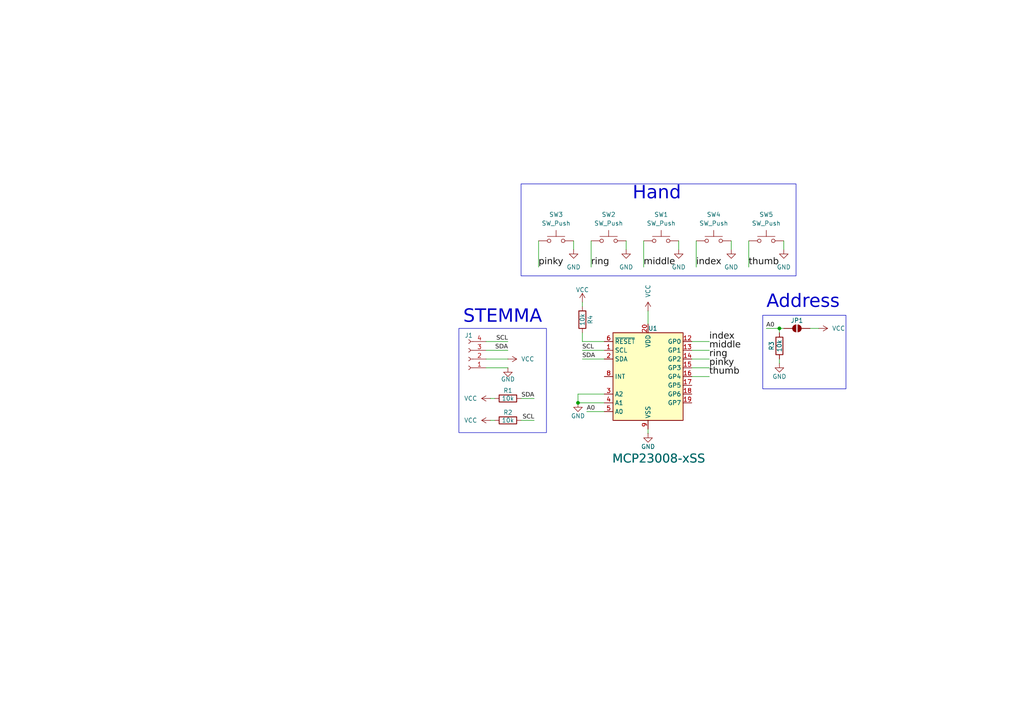
<source format=kicad_sch>
(kicad_sch (version 20250114) (generator "eeschema") (generator_version "9.0")
  (paper "A4")
  (lib_symbols
    (symbol "Connector:Conn_01x04_Socket" (pin_names (offset 1.016) (hide yes))
      (property "Reference" "J" (at 0 5.08 0))
      (property "Value" "Conn_01x04_Socket" (at 0 -7.62 0))
      (symbol "Conn_01x04_Socket_1_1"
        (polyline (pts (xy -1.27 2.54) (xy -0.508 2.54)) (stroke (width 0.1524)))
        (polyline (pts (xy -1.27 0) (xy -0.508 0)) (stroke (width 0.1524)))
        (polyline (pts (xy -1.27 -2.54) (xy -0.508 -2.54)) (stroke (width 0.1524)))
        (polyline (pts (xy -1.27 -5.08) (xy -0.508 -5.08)) (stroke (width 0.1524)))
        (arc (start 0 2.032) (mid -0.5058 2.54) (end 0 3.048) (stroke (width 0.1524)))
        (arc (start 0 -0.508) (mid -0.5058 0) (end 0 0.508) (stroke (width 0.1524)))
        (arc (start 0 -3.048) (mid -0.5058 -2.54) (end 0 -2.032) (stroke (width 0.1524)))
        (arc (start 0 -5.588) (mid -0.5058 -5.08) (end 0 -4.572) (stroke (width 0.1524)))
        (pin passive line (at -5.08 2.54 0) (length 3.81) (name "Pin_1") (number "1"))
        (pin passive line (at -5.08 0 0) (length 3.81) (name "Pin_2") (number "2"))
        (pin passive line (at -5.08 -2.54 0) (length 3.81) (name "Pin_3") (number "3"))
        (pin passive line (at -5.08 -5.08 0) (length 3.81) (name "Pin_4") (number "4"))
      )
    )
    (symbol "Device:R" (pin_numbers (hide yes)) (pin_names (offset 0))
      (property "Reference" "R" (at 2.032 0 90))
      (property "Value" "R" (at 0 0 90))
      (symbol "R_0_1"
        (rectangle (start -1.016 -2.54) (end 1.016 2.54) (stroke (width 0.254)))
      )
      (symbol "R_1_1"
        (pin passive line (at 0 3.81 270) (length 1.27) (name "~") (number "1"))
        (pin passive line (at 0 -3.81 90) (length 1.27) (name "~") (number "2"))
      )
    )
    (symbol "Interface_Expansion:MCP23008-xSS"
      (property "Reference" "U" (at -8.89 13.97 0))
      (property "Value" "MCP23008-xSS" (at 8.89 13.97 0))
      (symbol "MCP23008-xSS_0_1"
        (rectangle (start -10.16 12.7) (end 10.16 -12.7) (stroke (width 0.254)) (fill (type background)))
      )
      (symbol "MCP23008-xSS_1_1"
        (pin input line (at -12.7 10.16 0) (length 2.54) (name "~{RESET}") (number "6"))
        (pin input line (at -12.7 7.62 0) (length 2.54) (name "SCL") (number "1"))
        (pin bidirectional line (at -12.7 5.08 0) (length 2.54) (name "SDA") (number "2"))
        (pin output line (at -12.7 0 0) (length 2.54) (name "INT") (number "8"))
        (pin input line (at -12.7 -5.08 0) (length 2.54) (name "A2") (number "3"))
        (pin input line (at -12.7 -7.62 0) (length 2.54) (name "A1") (number "4"))
        (pin input line (at -12.7 -10.16 0) (length 2.54) (name "A0") (number "5"))
        (pin no_connect line (at -10.16 2.54 0) (length 2.54) (hide yes) (name "NC") (number "7"))
        (pin no_connect line (at -10.16 -2.54 0) (length 2.54) (hide yes) (name "NC") (number "10"))
        (pin power_in line (at 0 15.24 270) (length 2.54) (name "VDD") (number "20"))
        (pin power_in line (at 0 -15.24 90) (length 2.54) (name "VSS") (number "9"))
        (pin no_connect line (at 10.16 -10.16 180) (length 2.54) (hide yes) (name "NC") (number "11"))
        (pin bidirectional line (at 12.7 10.16 180) (length 2.54) (name "GP0") (number "12"))
        (pin bidirectional line (at 12.7 7.62 180) (length 2.54) (name "GP1") (number "13"))
        (pin bidirectional line (at 12.7 5.08 180) (length 2.54) (name "GP2") (number "14"))
        (pin bidirectional line (at 12.7 2.54 180) (length 2.54) (name "GP3") (number "15"))
        (pin bidirectional line (at 12.7 0 180) (length 2.54) (name "GP4") (number "16"))
        (pin bidirectional line (at 12.7 -2.54 180) (length 2.54) (name "GP5") (number "17"))
        (pin bidirectional line (at 12.7 -5.08 180) (length 2.54) (name "GP6") (number "18"))
        (pin bidirectional line (at 12.7 -7.62 180) (length 2.54) (name "GP7") (number "19"))
      )
    )
    (symbol "Jumper:SolderJumper_2_Open" (pin_numbers (hide yes)) (pin_names (offset 0) (hide yes)) (exclude_from_sim yes) (in_bom no)
      (property "Reference" "JP" (at 0 2.032 0))
      (property "Value" "SolderJumper_2_Open" (at 0 -2.54 0))
      (symbol "SolderJumper_2_Open_0_1"
        (polyline (pts (xy -0.254 1.016) (xy -0.254 -1.016)))
        (arc (start -0.254 -1.016) (mid -1.2656 0) (end -0.254 1.016))
        (arc (start -0.254 -1.016) (mid -1.2656 0) (end -0.254 1.016) (fill (type outline)))
        (arc (start 0.254 1.016) (mid 1.2656 0) (end 0.254 -1.016))
        (arc (start 0.254 1.016) (mid 1.2656 0) (end 0.254 -1.016) (fill (type outline)))
        (polyline (pts (xy 0.254 1.016) (xy 0.254 -1.016)))
      )
      (symbol "SolderJumper_2_Open_1_1"
        (pin passive line (at -3.81 0 0) (length 2.54) (name "A") (number "1"))
        (pin passive line (at 3.81 0 180) (length 2.54) (name "B") (number "2"))
      )
    )
    (symbol "Switch:SW_Push" (pin_numbers (hide yes)) (pin_names (offset 1.016) (hide yes))
      (property "Reference" "SW" (at 1.27 2.54 0))
      (property "Value" "SW_Push" (at 0 -1.524 0))
      (symbol "SW_Push_0_1"
        (circle (center -2.032 0) (radius 0.508))
        (polyline (pts (xy 0 1.27) (xy 0 3.048)))
        (circle (center 2.032 0) (radius 0.508))
        (polyline (pts (xy 2.54 1.27) (xy -2.54 1.27)))
        (pin passive line (at -5.08 0 0) (length 2.54) (name "1") (number "1"))
        (pin passive line (at 5.08 0 180) (length 2.54) (name "2") (number "2"))
      )
    )
    (symbol "power:GND" (power) (pin_numbers (hide yes)) (pin_names (offset 0) (hide yes))
      (property "Value" "GND" (at 0 -3.81 0))
      (symbol "GND_0_1"
        (polyline (pts (xy 0 0) (xy 0 -1.27) (xy 1.27 -1.27) (xy 0 -2.54) (xy -1.27 -1.27) (xy 0 -1.27)))
      )
      (symbol "GND_1_1"
        (pin power_in line (at 0 0 270) (length 0) (name "~") (number "1"))
      )
    )
    (symbol "power:VCC" (power) (pin_numbers (hide yes)) (pin_names (offset 0) (hide yes))
      (property "Value" "VCC" (at 0 3.556 0))
      (symbol "VCC_0_1"
        (polyline (pts (xy -0.762 1.27) (xy 0 2.54)))
        (polyline (pts (xy 0 2.54) (xy 0.762 1.27)))
        (polyline (pts (xy 0 0) (xy 0 2.54)))
      )
      (symbol "VCC_1_1"
        (pin power_in line (at 0 0 90) (length 0) (name "~") (number "1"))
      )
    )
  )
  (rectangle (start 133.096 95.25) (end 158.496 125.476))
  (rectangle (start 151.13 53.34) (end 230.886 80.01))
  (rectangle (start 221.234 91.44) (end 245.364 112.776))
  (text "STEMMA" (at 145.796 92.964 0) (effects (font (size 3.81 3.81))))
  (text "Hand" (at 190.5 57.15 0) (effects (font (size 3.81 3.81))))
  (text "Address" (at 232.918 88.646 0) (effects (font (size 3.81 3.81))))
  (junction (at 167.64 116.84))
  (junction (at 226.06 95.25))
  (wire (pts (xy 227.33 69.85) (xy 227.33 72.39)))
  (wire (pts (xy 201.93 69.85) (xy 201.93 77.47)))
  (wire (pts (xy 186.69 69.85) (xy 186.69 77.47)))
  (wire (pts (xy 222.25 95.25) (xy 226.06 95.25)))
  (wire (pts (xy 226.06 95.25) (xy 227.33 95.25)))
  (wire (pts (xy 147.32 101.6) (xy 140.97 101.6)))
  (wire (pts (xy 200.66 106.68) (xy 205.74 106.68)))
  (wire (pts (xy 171.45 69.85) (xy 171.45 77.47)))
  (wire (pts (xy 200.66 104.14) (xy 205.74 104.14)))
  (wire (pts (xy 200.66 101.6) (xy 205.74 101.6)))
  (wire (pts (xy 142.24 121.92) (xy 143.51 121.92)))
  (wire (pts (xy 140.97 106.68) (xy 147.32 106.68)))
  (wire (pts (xy 154.94 121.92) (xy 151.13 121.92)))
  (wire (pts (xy 156.21 69.85) (xy 156.21 77.47)))
  (wire (pts (xy 167.64 116.84) (xy 175.26 116.84)))
  (wire (pts (xy 147.32 99.06) (xy 140.97 99.06)))
  (wire (pts (xy 234.95 95.25) (xy 237.49 95.25)))
  (wire (pts (xy 142.24 115.57) (xy 143.51 115.57)))
  (wire (pts (xy 167.64 114.3) (xy 167.64 116.84)))
  (wire (pts (xy 187.96 124.46) (xy 187.96 125.73)))
  (wire (pts (xy 154.94 115.57) (xy 151.13 115.57)))
  (wire (pts (xy 226.06 104.14) (xy 226.06 105.41)))
  (wire (pts (xy 187.96 90.17) (xy 187.96 93.98)))
  (wire (pts (xy 140.97 104.14) (xy 147.32 104.14)))
  (wire (pts (xy 167.64 114.3) (xy 175.26 114.3)))
  (wire (pts (xy 168.91 96.52) (xy 168.91 99.06)))
  (wire (pts (xy 168.91 99.06) (xy 175.26 99.06)))
  (wire (pts (xy 212.09 69.85) (xy 212.09 72.39)))
  (wire (pts (xy 168.91 88.9) (xy 168.91 87.63)))
  (wire (pts (xy 200.66 99.06) (xy 205.74 99.06)))
  (wire (pts (xy 226.06 95.25) (xy 226.06 96.52)))
  (wire (pts (xy 196.85 69.85) (xy 196.85 72.39)))
  (wire (pts (xy 170.18 119.38) (xy 175.26 119.38)))
  (wire (pts (xy 166.37 69.85) (xy 166.37 72.39)))
  (wire (pts (xy 181.61 69.85) (xy 181.61 72.39)))
  (wire (pts (xy 168.91 104.14) (xy 175.26 104.14)))
  (wire (pts (xy 168.91 101.6) (xy 175.26 101.6)))
  (wire (pts (xy 217.17 69.85) (xy 217.17 77.47)))
  (wire (pts (xy 200.66 109.22) (xy 205.74 109.22)))
  (label "SDA" (at 147.32 101.6 180))
  (label "middle" (at 186.69 77.47 0) (effects (font (size 1.905 1.905))))
  (label "index" (at 201.93 77.47 0) (effects (font (size 1.905 1.905))))
  (label "ring" (at 171.45 77.47 0) (effects (font (size 1.905 1.905))))
  (label "pinky" (at 205.74 106.68 0) (effects (font (size 1.905 1.905))))
  (label "A0" (at 170.18 119.38 0))
  (label "A0" (at 222.25 95.25 0))
  (label "thumb" (at 205.74 109.22 0) (effects (font (size 1.905 1.905))))
  (label "ring" (at 205.74 104.14 0) (effects (font (size 1.905 1.905))))
  (label "pinky" (at 156.21 77.47 0) (effects (font (size 1.905 1.905))))
  (label "middle" (at 205.74 101.6 0) (effects (font (size 1.905 1.905))))
  (label "SDA" (at 168.91 104.14 0))
  (label "SCL" (at 168.91 101.6 0))
  (label "SCL" (at 154.94 121.92 180))
  (label "SDA" (at 154.94 115.57 180))
  (label "SCL" (at 147.32 99.06 180))
  (label "index" (at 205.74 99.06 0) (effects (font (size 1.905 1.905))))
  (label "thumb" (at 217.17 77.47 0) (effects (font (size 1.905 1.905))))
  (symbol (lib_id "Device:R") (at 226.06 100.33 180) (unit 1)
    (property "Reference" "R3" (at 223.774 100.33 90))
    (property "Value" "10k" (at 226.06 100.33 90))
    (property "Footprint" "Resistor_SMD:R_0805_2012Metric_Pad1.20x1.40mm_HandSolder" (effects (hide yes)))
    (property "Description" "Resistor" (effects (hide yes)))
  )
  (symbol (lib_id "power:GND") (at 212.09 72.39 0) (unit 1)
    (property "Reference" "#PWR04" (effects (hide yes)))
    (property "Value" "GND" (at 212.09 77.47 0))
    (property "Description" "Power symbol creates a global label with name \"GND\" , ground" (effects (hide yes)))
  )
  (symbol (lib_id "power:GND") (at 181.61 72.39 0) (unit 1)
    (property "Reference" "#PWR02" (effects (hide yes)))
    (property "Value" "GND" (at 181.61 77.47 0))
    (property "Description" "Power symbol creates a global label with name \"GND\" , ground" (effects (hide yes)))
  )
  (symbol (lib_id "power:GND") (at 227.33 72.39 0) (unit 1)
    (property "Reference" "#PWR06" (effects (hide yes)))
    (property "Value" "GND" (at 227.33 77.47 0))
    (property "Description" "Power symbol creates a global label with name \"GND\" , ground" (effects (hide yes)))
  )
  (symbol (lib_id "Switch:SW_Push") (at 176.53 69.85 0) (unit 1)
    (property "Reference" "SW2" (at 176.53 62.23 0))
    (property "Value" "SW_Push" (at 176.53 64.77 0))
    (property "Footprint" "footprints:Kailh_socket_PG1350" (effects (hide yes)))
    (property "Description" "Push button switch, generic, two pins" (effects (hide yes)))
  )
  (symbol (lib_id "power:GND") (at 187.96 125.73 0) (unit 1)
    (property "Reference" "#PWR012" (effects (hide yes)))
    (property "Value" "GND" (at 187.96 129.54 0))
    (property "Description" "Power symbol creates a global label with name \"GND\" , ground" (effects (hide yes)))
  )
  (symbol (lib_id "power:GND") (at 196.85 72.39 0) (unit 1)
    (property "Reference" "#PWR03" (effects (hide yes)))
    (property "Value" "GND" (at 196.85 77.47 0))
    (property "Description" "Power symbol creates a global label with name \"GND\" , ground" (effects (hide yes)))
  )
  (symbol (lib_id "Switch:SW_Push") (at 222.25 69.85 0) (unit 1)
    (property "Reference" "SW5" (at 222.25 62.23 0))
    (property "Value" "SW_Push" (at 222.25 64.77 0))
    (property "Footprint" "footprints:Kailh_socket_PG1350" (effects (hide yes)))
    (property "Description" "Push button switch, generic, two pins" (effects (hide yes)))
  )
  (symbol (lib_id "Device:R") (at 168.91 92.71 0) (unit 1)
    (property "Reference" "R4" (at 171.196 92.71 90))
    (property "Value" "10k" (at 168.91 92.71 90))
    (property "Footprint" "Resistor_SMD:R_0805_2012Metric_Pad1.20x1.40mm_HandSolder" (effects (hide yes)))
    (property "Description" "Resistor" (effects (hide yes)))
  )
  (symbol (lib_id "Connector:Conn_01x04_Socket") (at 135.89 104.14 180) (unit 1)
    (property "Reference" "J1" (at 137.16 97.282 0) (effects (justify left)))
    (property "Value" "Conn_01x04_Socket" (effects (hide yes)))
    (property "Footprint" "Connector_JST:JST_SH_SM04B-SRSS-TB_1x04-1MP_P1.00mm_Horizontal" (effects (hide yes)))
    (property "Description" "Generic connector, single row, 01x04, script generated" (effects (hide yes)))
  )
  (symbol (lib_id "power:VCC") (at 187.96 90.17 0) (unit 1)
    (property "Reference" "#PWR016" (effects (hide yes)))
    (property "Value" "VCC" (at 187.9599 86.36 90) (effects (justify left)))
    (property "Description" "Power symbol creates a global label with name \"VCC\"" (effects (hide yes)))
  )
  (symbol (lib_id "power:GND") (at 167.64 116.84 0) (unit 1)
    (property "Reference" "#PWR013" (effects (hide yes)))
    (property "Value" "GND" (at 167.64 120.65 0))
    (property "Description" "Power symbol creates a global label with name \"GND\" , ground" (effects (hide yes)))
  )
  (symbol (lib_id "Switch:SW_Push") (at 161.29 69.85 0) (unit 1)
    (property "Reference" "SW3" (at 161.29 62.23 0))
    (property "Value" "SW_Push" (at 161.29 64.77 0))
    (property "Footprint" "footprints:Kailh_socket_PG1350" (effects (hide yes)))
    (property "Description" "Push button switch, generic, two pins" (effects (hide yes)))
  )
  (symbol (lib_id "power:VCC") (at 142.24 121.92 90) (unit 1)
    (property "Reference" "#PWR09" (effects (hide yes)))
    (property "Value" "VCC" (at 138.43 121.9199 90) (effects (justify left)))
    (property "Description" "Power symbol creates a global label with name \"VCC\"" (effects (hide yes)))
  )
  (symbol (lib_id "power:GND") (at 166.37 72.39 0) (unit 1)
    (property "Reference" "#PWR01" (effects (hide yes)))
    (property "Value" "GND" (at 166.37 77.47 0))
    (property "Description" "Power symbol creates a global label with name \"GND\" , ground" (effects (hide yes)))
  )
  (symbol (lib_id "power:VCC") (at 142.24 115.57 90) (unit 1)
    (property "Reference" "#PWR010" (effects (hide yes)))
    (property "Value" "VCC" (at 138.43 115.5699 90) (effects (justify left)))
    (property "Description" "Power symbol creates a global label with name \"VCC\"" (effects (hide yes)))
  )
  (symbol (lib_id "Switch:SW_Push") (at 191.77 69.85 0) (unit 1)
    (property "Reference" "SW1" (at 191.77 62.23 0))
    (property "Value" "SW_Push" (at 191.77 64.77 0))
    (property "Footprint" "footprints:Kailh_socket_PG1350" (effects (hide yes)))
    (property "Description" "Push button switch, generic, two pins" (effects (hide yes)))
  )
  (symbol (lib_id "power:VCC") (at 237.49 95.25 270) (unit 1)
    (property "Reference" "#PWR011" (effects (hide yes)))
    (property "Value" "VCC" (at 241.3 95.2499 90) (effects (justify left)))
    (property "Description" "Power symbol creates a global label with name \"VCC\"" (effects (hide yes)))
  )
  (symbol (lib_id "power:GND") (at 226.06 105.41 0) (unit 1)
    (property "Reference" "#PWR05" (effects (hide yes)))
    (property "Value" "GND" (at 226.06 109.22 0))
    (property "Description" "Power symbol creates a global label with name \"GND\" , ground" (effects (hide yes)))
  )
  (symbol (lib_id "Jumper:SolderJumper_2_Open") (at 231.14 95.25 0) (unit 1) (exclude_from_sim yes) (in_bom no)
    (property "Reference" "JP1" (at 231.14 92.964 0))
    (property "Value" "SolderJumper_2_Open" (effects (hide yes)))
    (property "Footprint" "Jumper:SolderJumper-2_P1.3mm_Open_TrianglePad1.0x1.5mm" (effects (hide yes)))
    (property "Description" "Solder Jumper, 2-pole, open" (effects (hide yes)))
  )
  (symbol (lib_id "Switch:SW_Push") (at 207.01 69.85 0) (unit 1)
    (property "Reference" "SW4" (at 207.01 62.23 0))
    (property "Value" "SW_Push" (at 207.01 64.77 0))
    (property "Footprint" "footprints:Kailh_socket_PG1350" (effects (hide yes)))
    (property "Description" "Push button switch, generic, two pins" (effects (hide yes)))
  )
  (symbol (lib_id "power:VCC") (at 147.32 104.14 270) (unit 1)
    (property "Reference" "#PWR014" (effects (hide yes)))
    (property "Value" "VCC" (at 151.13 104.1399 90) (effects (justify left)))
    (property "Description" "Power symbol creates a global label with name \"VCC\"" (effects (hide yes)))
  )
  (symbol (lib_id "Device:R") (at 147.32 121.92 90) (unit 1)
    (property "Reference" "R2" (at 147.32 119.634 90))
    (property "Value" "10k" (at 147.32 121.92 90))
    (property "Footprint" "Resistor_SMD:R_0805_2012Metric_Pad1.20x1.40mm_HandSolder" (effects (hide yes)))
    (property "Description" "Resistor" (effects (hide yes)))
  )
  (symbol (lib_id "power:GND") (at 147.32 106.68 0) (unit 1)
    (property "Reference" "#PWR015" (effects (hide yes)))
    (property "Value" "GND" (at 147.32 109.982 0))
    (property "Description" "Power symbol creates a global label with name \"GND\" , ground" (effects (hide yes)))
  )
  (symbol (lib_id "Interface_Expansion:MCP23008-xSS") (at 187.96 109.22 0) (unit 1)
    (property "Reference" "U1" (at 187.96 95.25 0) (effects (justify left)))
    (property "Value" "MCP23008-xSS" (at 175.768 133.096 0) (effects (font (size 2.54 2.54)) (justify left)))
    (property "Footprint" "Package_SO:SSOP-20_5.3x7.2mm_P0.65mm" (effects (hide yes)))
    (property "Datasheet" "http://ww1.microchip.com/downloads/en/DeviceDoc/MCP23008-MCP23S08-Data-Sheet-20001919F.pdf" (effects (hide yes)))
    (property "Description" "8-bit I/O expander, I2C, interrupts, SSOP-20" (effects (hide yes)))
  )
  (symbol (lib_id "power:VCC") (at 168.91 87.63 0) (unit 1)
    (property "Reference" "#PWR017" (effects (hide yes)))
    (property "Value" "VCC" (at 168.91 84.074 0))
    (property "Description" "Power symbol creates a global label with name \"VCC\"" (effects (hide yes)))
  )
  (symbol (lib_id "Device:R") (at 147.32 115.57 90) (unit 1)
    (property "Reference" "R1" (at 147.32 113.284 90))
    (property "Value" "10k" (at 147.32 115.57 90))
    (property "Footprint" "Resistor_SMD:R_0805_2012Metric_Pad1.20x1.40mm_HandSolder" (effects (hide yes)))
    (property "Description" "Resistor" (effects (hide yes)))
  )
)
</source>
